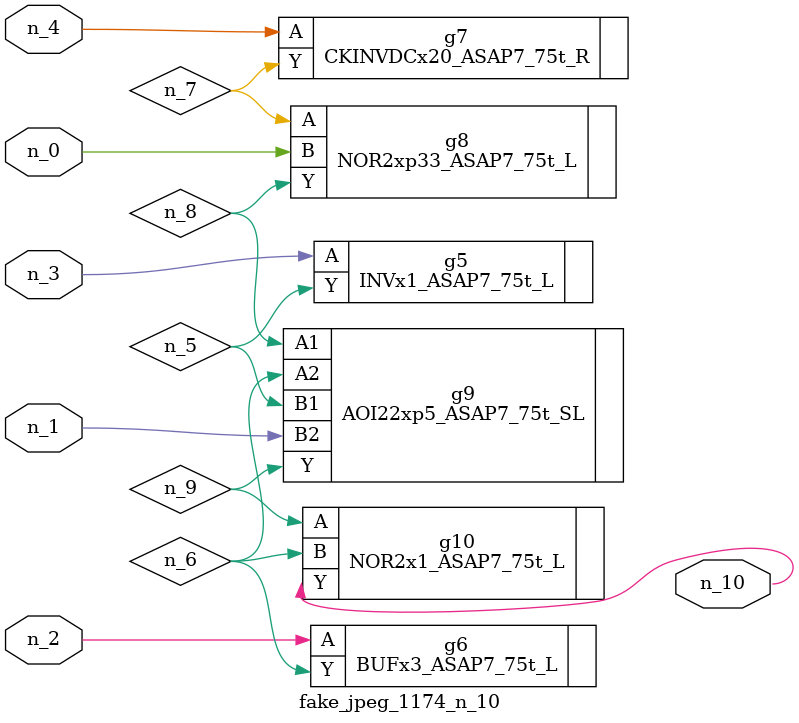
<source format=v>
module fake_jpeg_1174_n_10 (n_3, n_2, n_1, n_0, n_4, n_10);

input n_3;
input n_2;
input n_1;
input n_0;
input n_4;

output n_10;

wire n_8;
wire n_9;
wire n_6;
wire n_5;
wire n_7;

INVx1_ASAP7_75t_L g5 ( 
.A(n_3),
.Y(n_5)
);

BUFx3_ASAP7_75t_L g6 ( 
.A(n_2),
.Y(n_6)
);

CKINVDCx20_ASAP7_75t_R g7 ( 
.A(n_4),
.Y(n_7)
);

NOR2xp33_ASAP7_75t_L g8 ( 
.A(n_7),
.B(n_0),
.Y(n_8)
);

AOI22xp5_ASAP7_75t_SL g9 ( 
.A1(n_8),
.A2(n_6),
.B1(n_5),
.B2(n_1),
.Y(n_9)
);

NOR2x1_ASAP7_75t_L g10 ( 
.A(n_9),
.B(n_6),
.Y(n_10)
);


endmodule
</source>
